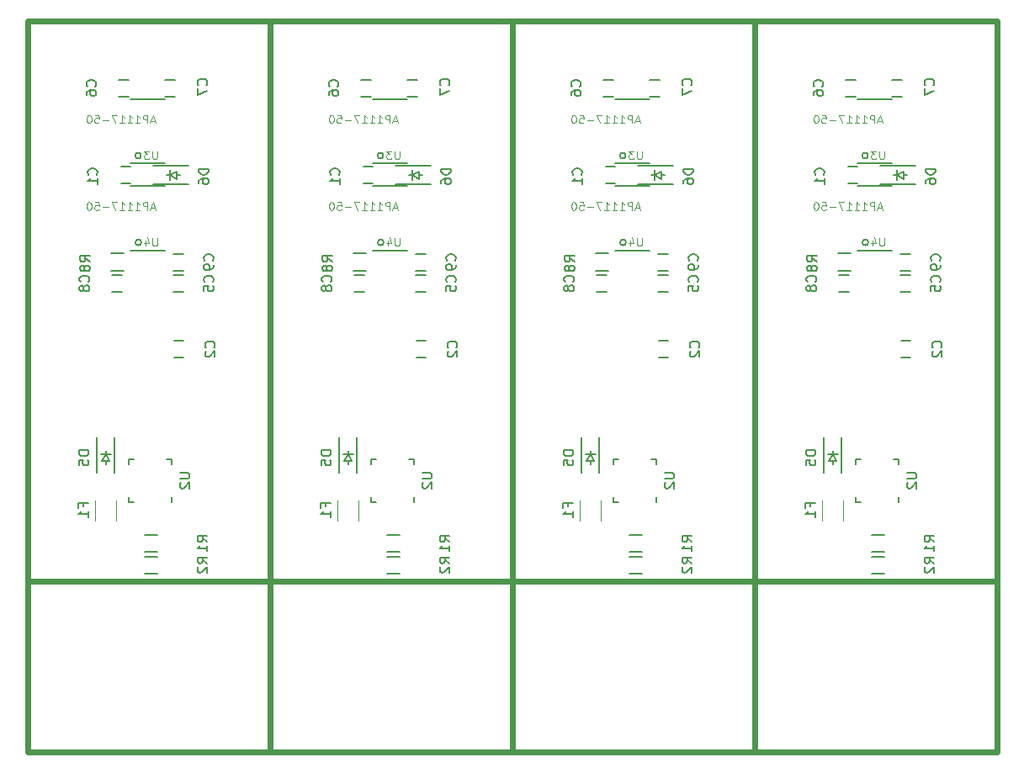
<source format=gbr>
G04 #@! TF.GenerationSoftware,KiCad,Pcbnew,6.0.0-rc1-unknown-9cac0a3~66~ubuntu16.04.1*
G04 #@! TF.CreationDate,2019-01-23T08:05:13+01:00
G04 #@! TF.ProjectId,nano324,6e616e6f-3332-4342-9e6b-696361645f70,rev?*
G04 #@! TF.SameCoordinates,Original*
G04 #@! TF.FileFunction,Legend,Bot*
G04 #@! TF.FilePolarity,Positive*
%FSLAX46Y46*%
G04 Gerber Fmt 4.6, Leading zero omitted, Abs format (unit mm)*
G04 Created by KiCad (PCBNEW 6.0.0-rc1-unknown-9cac0a3~66~ubuntu16.04.1) date St 23. január 2019, 08:05:13 CET*
%MOMM*%
%LPD*%
G04 APERTURE LIST*
%ADD10C,0.600000*%
%ADD11C,0.127000*%
%ADD12C,0.120000*%
%ADD13C,0.150000*%
%ADD14C,0.076200*%
G04 APERTURE END LIST*
D10*
X181864000Y-114300000D02*
X181864000Y-131445000D01*
X157480000Y-114300000D02*
X157480000Y-131445000D01*
X133096000Y-114300000D02*
X133096000Y-131445000D01*
X206248000Y-131445000D02*
X206248000Y-124968000D01*
X108712000Y-131445000D02*
X206248000Y-131445000D01*
X206248000Y-114300000D02*
X206248000Y-124968000D01*
X108712000Y-114300000D02*
X108712000Y-131445000D01*
X206248000Y-114300000D02*
X181864000Y-114300000D01*
X181864000Y-114300000D02*
X181864000Y-57912000D01*
X181864000Y-57912000D02*
X206248000Y-57912000D01*
X206248000Y-57912000D02*
X206248000Y-114300000D01*
X181864000Y-114300000D02*
X157480000Y-114300000D01*
X157480000Y-114300000D02*
X157480000Y-57912000D01*
X157480000Y-57912000D02*
X181864000Y-57912000D01*
X181864000Y-57912000D02*
X181864000Y-114300000D01*
X157480000Y-114300000D02*
X133096000Y-114300000D01*
X133096000Y-114300000D02*
X133096000Y-57912000D01*
X133096000Y-57912000D02*
X157480000Y-57912000D01*
X157480000Y-57912000D02*
X157480000Y-114300000D01*
X133096000Y-57912000D02*
X133096000Y-114300000D01*
X108712000Y-57912000D02*
X133096000Y-57912000D01*
X108712000Y-114300000D02*
X108712000Y-57912000D01*
X133096000Y-114300000D02*
X108712000Y-114300000D01*
D11*
X193304400Y-71449100D02*
G75*
G03X193304400Y-71449100I-300000J0D01*
G01*
X195704400Y-65749100D02*
X192204400Y-65749100D01*
X192204400Y-72249100D02*
X195704400Y-72249100D01*
D12*
X190808000Y-108157520D02*
X190808000Y-106157520D01*
X188668000Y-106157520D02*
X188668000Y-108157520D01*
D13*
X194550280Y-74311080D02*
X198090280Y-74311080D01*
X194550280Y-72511080D02*
X198090280Y-72511080D01*
X196232780Y-73919080D02*
X196232780Y-72903080D01*
X196867780Y-73030080D02*
X196232780Y-73411080D01*
X196867780Y-73792080D02*
X196867780Y-73030080D01*
X196232780Y-73411080D02*
X196867780Y-73792080D01*
X195851780Y-73411080D02*
X196232780Y-73411080D01*
X196867780Y-73411080D02*
X197248780Y-73411080D01*
X191072200Y-63859040D02*
X192072200Y-63859040D01*
X192072200Y-65559040D02*
X191072200Y-65559040D01*
X190322920Y-83028760D02*
X191522920Y-83028760D01*
X191522920Y-81278760D02*
X190322920Y-81278760D01*
X193710000Y-111365000D02*
X194910000Y-111365000D01*
X194910000Y-109615000D02*
X193710000Y-109615000D01*
X196373400Y-102038500D02*
X196373400Y-102563500D01*
X192073400Y-102038500D02*
X192073400Y-102563500D01*
X192073400Y-106338500D02*
X192073400Y-105813500D01*
X196373400Y-106338500D02*
X196373400Y-105813500D01*
X192073400Y-102038500D02*
X192598400Y-102038500D01*
X192073400Y-106338500D02*
X192598400Y-106338500D01*
X196373400Y-102038500D02*
X195848400Y-102038500D01*
X196533200Y-81364720D02*
X197533200Y-81364720D01*
X197533200Y-83064720D02*
X196533200Y-83064720D01*
X194910000Y-111824800D02*
X193710000Y-111824800D01*
X193710000Y-113574800D02*
X194910000Y-113574800D01*
D11*
X192229800Y-80986700D02*
X195729800Y-80986700D01*
X195729800Y-74486700D02*
X192229800Y-74486700D01*
X193329800Y-80186700D02*
G75*
G03X193329800Y-80186700I-300000J0D01*
G01*
D13*
X197543040Y-85203400D02*
X196543040Y-85203400D01*
X196543040Y-83503400D02*
X197543040Y-83503400D01*
X190381000Y-83478000D02*
X191381000Y-83478000D01*
X191381000Y-85178000D02*
X190381000Y-85178000D01*
X197604000Y-91782000D02*
X196604000Y-91782000D01*
X196604000Y-90082000D02*
X197604000Y-90082000D01*
X195684200Y-63803160D02*
X196684200Y-63803160D01*
X196684200Y-65503160D02*
X195684200Y-65503160D01*
X192275080Y-74250920D02*
X191275080Y-74250920D01*
X191275080Y-72550920D02*
X192275080Y-72550920D01*
X188838000Y-99854000D02*
X188838000Y-103394000D01*
X190638000Y-99854000D02*
X190638000Y-103394000D01*
X189230000Y-101536500D02*
X190246000Y-101536500D01*
X190119000Y-102171500D02*
X189738000Y-101536500D01*
X189357000Y-102171500D02*
X190119000Y-102171500D01*
X189738000Y-101536500D02*
X189357000Y-102171500D01*
X189738000Y-101155500D02*
X189738000Y-101536500D01*
X189738000Y-102171500D02*
X189738000Y-102552500D01*
D11*
X168920400Y-71449100D02*
G75*
G03X168920400Y-71449100I-300000J0D01*
G01*
X171320400Y-65749100D02*
X167820400Y-65749100D01*
X167820400Y-72249100D02*
X171320400Y-72249100D01*
D12*
X166424000Y-108157520D02*
X166424000Y-106157520D01*
X164284000Y-106157520D02*
X164284000Y-108157520D01*
D13*
X170166280Y-74311080D02*
X173706280Y-74311080D01*
X170166280Y-72511080D02*
X173706280Y-72511080D01*
X171848780Y-73919080D02*
X171848780Y-72903080D01*
X172483780Y-73030080D02*
X171848780Y-73411080D01*
X172483780Y-73792080D02*
X172483780Y-73030080D01*
X171848780Y-73411080D02*
X172483780Y-73792080D01*
X171467780Y-73411080D02*
X171848780Y-73411080D01*
X172483780Y-73411080D02*
X172864780Y-73411080D01*
X166688200Y-63859040D02*
X167688200Y-63859040D01*
X167688200Y-65559040D02*
X166688200Y-65559040D01*
X165938920Y-83028760D02*
X167138920Y-83028760D01*
X167138920Y-81278760D02*
X165938920Y-81278760D01*
X169326000Y-111365000D02*
X170526000Y-111365000D01*
X170526000Y-109615000D02*
X169326000Y-109615000D01*
X171989400Y-102038500D02*
X171989400Y-102563500D01*
X167689400Y-102038500D02*
X167689400Y-102563500D01*
X167689400Y-106338500D02*
X167689400Y-105813500D01*
X171989400Y-106338500D02*
X171989400Y-105813500D01*
X167689400Y-102038500D02*
X168214400Y-102038500D01*
X167689400Y-106338500D02*
X168214400Y-106338500D01*
X171989400Y-102038500D02*
X171464400Y-102038500D01*
X172149200Y-81364720D02*
X173149200Y-81364720D01*
X173149200Y-83064720D02*
X172149200Y-83064720D01*
X170526000Y-111824800D02*
X169326000Y-111824800D01*
X169326000Y-113574800D02*
X170526000Y-113574800D01*
D11*
X167845800Y-80986700D02*
X171345800Y-80986700D01*
X171345800Y-74486700D02*
X167845800Y-74486700D01*
X168945800Y-80186700D02*
G75*
G03X168945800Y-80186700I-300000J0D01*
G01*
D13*
X173159040Y-85203400D02*
X172159040Y-85203400D01*
X172159040Y-83503400D02*
X173159040Y-83503400D01*
X165997000Y-83478000D02*
X166997000Y-83478000D01*
X166997000Y-85178000D02*
X165997000Y-85178000D01*
X173220000Y-91782000D02*
X172220000Y-91782000D01*
X172220000Y-90082000D02*
X173220000Y-90082000D01*
X171300200Y-63803160D02*
X172300200Y-63803160D01*
X172300200Y-65503160D02*
X171300200Y-65503160D01*
X167891080Y-74250920D02*
X166891080Y-74250920D01*
X166891080Y-72550920D02*
X167891080Y-72550920D01*
X164454000Y-99854000D02*
X164454000Y-103394000D01*
X166254000Y-99854000D02*
X166254000Y-103394000D01*
X164846000Y-101536500D02*
X165862000Y-101536500D01*
X165735000Y-102171500D02*
X165354000Y-101536500D01*
X164973000Y-102171500D02*
X165735000Y-102171500D01*
X165354000Y-101536500D02*
X164973000Y-102171500D01*
X165354000Y-101155500D02*
X165354000Y-101536500D01*
X165354000Y-102171500D02*
X165354000Y-102552500D01*
D11*
X144536400Y-71449100D02*
G75*
G03X144536400Y-71449100I-300000J0D01*
G01*
X146936400Y-65749100D02*
X143436400Y-65749100D01*
X143436400Y-72249100D02*
X146936400Y-72249100D01*
D12*
X142040000Y-108157520D02*
X142040000Y-106157520D01*
X139900000Y-106157520D02*
X139900000Y-108157520D01*
D13*
X145782280Y-74311080D02*
X149322280Y-74311080D01*
X145782280Y-72511080D02*
X149322280Y-72511080D01*
X147464780Y-73919080D02*
X147464780Y-72903080D01*
X148099780Y-73030080D02*
X147464780Y-73411080D01*
X148099780Y-73792080D02*
X148099780Y-73030080D01*
X147464780Y-73411080D02*
X148099780Y-73792080D01*
X147083780Y-73411080D02*
X147464780Y-73411080D01*
X148099780Y-73411080D02*
X148480780Y-73411080D01*
X142304200Y-63859040D02*
X143304200Y-63859040D01*
X143304200Y-65559040D02*
X142304200Y-65559040D01*
X141554920Y-83028760D02*
X142754920Y-83028760D01*
X142754920Y-81278760D02*
X141554920Y-81278760D01*
X144942000Y-111365000D02*
X146142000Y-111365000D01*
X146142000Y-109615000D02*
X144942000Y-109615000D01*
X147605400Y-102038500D02*
X147605400Y-102563500D01*
X143305400Y-102038500D02*
X143305400Y-102563500D01*
X143305400Y-106338500D02*
X143305400Y-105813500D01*
X147605400Y-106338500D02*
X147605400Y-105813500D01*
X143305400Y-102038500D02*
X143830400Y-102038500D01*
X143305400Y-106338500D02*
X143830400Y-106338500D01*
X147605400Y-102038500D02*
X147080400Y-102038500D01*
X147765200Y-81364720D02*
X148765200Y-81364720D01*
X148765200Y-83064720D02*
X147765200Y-83064720D01*
X146142000Y-111824800D02*
X144942000Y-111824800D01*
X144942000Y-113574800D02*
X146142000Y-113574800D01*
D11*
X143461800Y-80986700D02*
X146961800Y-80986700D01*
X146961800Y-74486700D02*
X143461800Y-74486700D01*
X144561800Y-80186700D02*
G75*
G03X144561800Y-80186700I-300000J0D01*
G01*
D13*
X148775040Y-85203400D02*
X147775040Y-85203400D01*
X147775040Y-83503400D02*
X148775040Y-83503400D01*
X141613000Y-83478000D02*
X142613000Y-83478000D01*
X142613000Y-85178000D02*
X141613000Y-85178000D01*
X148836000Y-91782000D02*
X147836000Y-91782000D01*
X147836000Y-90082000D02*
X148836000Y-90082000D01*
X146916200Y-63803160D02*
X147916200Y-63803160D01*
X147916200Y-65503160D02*
X146916200Y-65503160D01*
X143507080Y-74250920D02*
X142507080Y-74250920D01*
X142507080Y-72550920D02*
X143507080Y-72550920D01*
X140070000Y-99854000D02*
X140070000Y-103394000D01*
X141870000Y-99854000D02*
X141870000Y-103394000D01*
X140462000Y-101536500D02*
X141478000Y-101536500D01*
X141351000Y-102171500D02*
X140970000Y-101536500D01*
X140589000Y-102171500D02*
X141351000Y-102171500D01*
X140970000Y-101536500D02*
X140589000Y-102171500D01*
X140970000Y-101155500D02*
X140970000Y-101536500D01*
X140970000Y-102171500D02*
X140970000Y-102552500D01*
D11*
X120177800Y-80186700D02*
G75*
G03X120177800Y-80186700I-300000J0D01*
G01*
X122577800Y-74486700D02*
X119077800Y-74486700D01*
X119077800Y-80986700D02*
X122577800Y-80986700D01*
D13*
X118229000Y-85178000D02*
X117229000Y-85178000D01*
X117229000Y-83478000D02*
X118229000Y-83478000D01*
X123452000Y-90082000D02*
X124452000Y-90082000D01*
X124452000Y-91782000D02*
X123452000Y-91782000D01*
X118123080Y-72550920D02*
X119123080Y-72550920D01*
X119123080Y-74250920D02*
X118123080Y-74250920D01*
X118920200Y-65559040D02*
X117920200Y-65559040D01*
X117920200Y-63859040D02*
X118920200Y-63859040D01*
X123391040Y-83503400D02*
X124391040Y-83503400D01*
X124391040Y-85203400D02*
X123391040Y-85203400D01*
X123532200Y-65503160D02*
X122532200Y-65503160D01*
X122532200Y-63803160D02*
X123532200Y-63803160D01*
X124381200Y-83064720D02*
X123381200Y-83064720D01*
X123381200Y-81364720D02*
X124381200Y-81364720D01*
X116586000Y-102171500D02*
X116586000Y-102552500D01*
X116586000Y-101155500D02*
X116586000Y-101536500D01*
X116586000Y-101536500D02*
X116205000Y-102171500D01*
X116205000Y-102171500D02*
X116967000Y-102171500D01*
X116967000Y-102171500D02*
X116586000Y-101536500D01*
X116078000Y-101536500D02*
X117094000Y-101536500D01*
X117486000Y-99854000D02*
X117486000Y-103394000D01*
X115686000Y-99854000D02*
X115686000Y-103394000D01*
X123715780Y-73411080D02*
X124096780Y-73411080D01*
X122699780Y-73411080D02*
X123080780Y-73411080D01*
X123080780Y-73411080D02*
X123715780Y-73792080D01*
X123715780Y-73792080D02*
X123715780Y-73030080D01*
X123715780Y-73030080D02*
X123080780Y-73411080D01*
X123080780Y-73919080D02*
X123080780Y-72903080D01*
X121398280Y-72511080D02*
X124938280Y-72511080D01*
X121398280Y-74311080D02*
X124938280Y-74311080D01*
D12*
X115516000Y-106157520D02*
X115516000Y-108157520D01*
X117656000Y-108157520D02*
X117656000Y-106157520D01*
D13*
X121758000Y-109615000D02*
X120558000Y-109615000D01*
X120558000Y-111365000D02*
X121758000Y-111365000D01*
X120558000Y-113574800D02*
X121758000Y-113574800D01*
X121758000Y-111824800D02*
X120558000Y-111824800D01*
X118370920Y-81278760D02*
X117170920Y-81278760D01*
X117170920Y-83028760D02*
X118370920Y-83028760D01*
X123221400Y-102038500D02*
X122696400Y-102038500D01*
X118921400Y-106338500D02*
X119446400Y-106338500D01*
X118921400Y-102038500D02*
X119446400Y-102038500D01*
X123221400Y-106338500D02*
X123221400Y-105813500D01*
X118921400Y-106338500D02*
X118921400Y-105813500D01*
X118921400Y-102038500D02*
X118921400Y-102563500D01*
X123221400Y-102038500D02*
X123221400Y-102563500D01*
D11*
X119052400Y-72249100D02*
X122552400Y-72249100D01*
X122552400Y-65749100D02*
X119052400Y-65749100D01*
X120152400Y-71449100D02*
G75*
G03X120152400Y-71449100I-300000J0D01*
G01*
D14*
X194903876Y-70992395D02*
X194903876Y-71650376D01*
X194865171Y-71727785D01*
X194826466Y-71766490D01*
X194749057Y-71805195D01*
X194594238Y-71805195D01*
X194516828Y-71766490D01*
X194478123Y-71727785D01*
X194439419Y-71650376D01*
X194439419Y-70992395D01*
X194129780Y-70992395D02*
X193626619Y-70992395D01*
X193897552Y-71302033D01*
X193781438Y-71302033D01*
X193704028Y-71340738D01*
X193665323Y-71379442D01*
X193626619Y-71456852D01*
X193626619Y-71650376D01*
X193665323Y-71727785D01*
X193704028Y-71766490D01*
X193781438Y-71805195D01*
X194013666Y-71805195D01*
X194091076Y-71766490D01*
X194129780Y-71727785D01*
X194687371Y-67953466D02*
X194300323Y-67953466D01*
X194764780Y-68185695D02*
X194493847Y-67372895D01*
X194222914Y-68185695D01*
X193951980Y-68185695D02*
X193951980Y-67372895D01*
X193642342Y-67372895D01*
X193564933Y-67411600D01*
X193526228Y-67450304D01*
X193487523Y-67527714D01*
X193487523Y-67643828D01*
X193526228Y-67721238D01*
X193564933Y-67759942D01*
X193642342Y-67798647D01*
X193951980Y-67798647D01*
X192713428Y-68185695D02*
X193177885Y-68185695D01*
X192945657Y-68185695D02*
X192945657Y-67372895D01*
X193023066Y-67489009D01*
X193100476Y-67566419D01*
X193177885Y-67605123D01*
X191939333Y-68185695D02*
X192403790Y-68185695D01*
X192171561Y-68185695D02*
X192171561Y-67372895D01*
X192248971Y-67489009D01*
X192326380Y-67566419D01*
X192403790Y-67605123D01*
X191165238Y-68185695D02*
X191629695Y-68185695D01*
X191397466Y-68185695D02*
X191397466Y-67372895D01*
X191474876Y-67489009D01*
X191552285Y-67566419D01*
X191629695Y-67605123D01*
X190894304Y-67372895D02*
X190352438Y-67372895D01*
X190700780Y-68185695D01*
X190042800Y-67876057D02*
X189423523Y-67876057D01*
X188649428Y-67372895D02*
X189036476Y-67372895D01*
X189075180Y-67759942D01*
X189036476Y-67721238D01*
X188959066Y-67682533D01*
X188765542Y-67682533D01*
X188688133Y-67721238D01*
X188649428Y-67759942D01*
X188610723Y-67837352D01*
X188610723Y-68030876D01*
X188649428Y-68108285D01*
X188688133Y-68146990D01*
X188765542Y-68185695D01*
X188959066Y-68185695D01*
X189036476Y-68146990D01*
X189075180Y-68108285D01*
X188107561Y-67372895D02*
X188030152Y-67372895D01*
X187952742Y-67411600D01*
X187914038Y-67450304D01*
X187875333Y-67527714D01*
X187836628Y-67682533D01*
X187836628Y-67876057D01*
X187875333Y-68030876D01*
X187914038Y-68108285D01*
X187952742Y-68146990D01*
X188030152Y-68185695D01*
X188107561Y-68185695D01*
X188184971Y-68146990D01*
X188223676Y-68108285D01*
X188262380Y-68030876D01*
X188301085Y-67876057D01*
X188301085Y-67682533D01*
X188262380Y-67527714D01*
X188223676Y-67450304D01*
X188184971Y-67411600D01*
X188107561Y-67372895D01*
D13*
X187466571Y-106774186D02*
X187466571Y-106440853D01*
X187990380Y-106440853D02*
X186990380Y-106440853D01*
X186990380Y-106917043D01*
X187990380Y-107821805D02*
X187990380Y-107250377D01*
X187990380Y-107536091D02*
X186990380Y-107536091D01*
X187133238Y-107440853D01*
X187228476Y-107345615D01*
X187276095Y-107250377D01*
X200096380Y-72794904D02*
X199096380Y-72794904D01*
X199096380Y-73033000D01*
X199144000Y-73175857D01*
X199239238Y-73271095D01*
X199334476Y-73318714D01*
X199524952Y-73366333D01*
X199667809Y-73366333D01*
X199858285Y-73318714D01*
X199953523Y-73271095D01*
X200048761Y-73175857D01*
X200096380Y-73033000D01*
X200096380Y-72794904D01*
X199096380Y-74223476D02*
X199096380Y-74033000D01*
X199144000Y-73937761D01*
X199191619Y-73890142D01*
X199334476Y-73794904D01*
X199524952Y-73747285D01*
X199905904Y-73747285D01*
X200001142Y-73794904D01*
X200048761Y-73842523D01*
X200096380Y-73937761D01*
X200096380Y-74128238D01*
X200048761Y-74223476D01*
X200001142Y-74271095D01*
X199905904Y-74318714D01*
X199667809Y-74318714D01*
X199572571Y-74271095D01*
X199524952Y-74223476D01*
X199477333Y-74128238D01*
X199477333Y-73937761D01*
X199524952Y-73842523D01*
X199572571Y-73794904D01*
X199667809Y-73747285D01*
X188698142Y-64476333D02*
X188745761Y-64428714D01*
X188793380Y-64285857D01*
X188793380Y-64190619D01*
X188745761Y-64047761D01*
X188650523Y-63952523D01*
X188555285Y-63904904D01*
X188364809Y-63857285D01*
X188221952Y-63857285D01*
X188031476Y-63904904D01*
X187936238Y-63952523D01*
X187841000Y-64047761D01*
X187793380Y-64190619D01*
X187793380Y-64285857D01*
X187841000Y-64428714D01*
X187888619Y-64476333D01*
X187793380Y-65333476D02*
X187793380Y-65143000D01*
X187841000Y-65047761D01*
X187888619Y-65000142D01*
X188031476Y-64904904D01*
X188221952Y-64857285D01*
X188602904Y-64857285D01*
X188698142Y-64904904D01*
X188745761Y-64952523D01*
X188793380Y-65047761D01*
X188793380Y-65238238D01*
X188745761Y-65333476D01*
X188698142Y-65381095D01*
X188602904Y-65428714D01*
X188364809Y-65428714D01*
X188269571Y-65381095D01*
X188221952Y-65333476D01*
X188174333Y-65238238D01*
X188174333Y-65047761D01*
X188221952Y-64952523D01*
X188269571Y-64904904D01*
X188364809Y-64857285D01*
X188158380Y-82129333D02*
X187682190Y-81796000D01*
X188158380Y-81557904D02*
X187158380Y-81557904D01*
X187158380Y-81938857D01*
X187206000Y-82034095D01*
X187253619Y-82081714D01*
X187348857Y-82129333D01*
X187491714Y-82129333D01*
X187586952Y-82081714D01*
X187634571Y-82034095D01*
X187682190Y-81938857D01*
X187682190Y-81557904D01*
X187586952Y-82700761D02*
X187539333Y-82605523D01*
X187491714Y-82557904D01*
X187396476Y-82510285D01*
X187348857Y-82510285D01*
X187253619Y-82557904D01*
X187206000Y-82605523D01*
X187158380Y-82700761D01*
X187158380Y-82891238D01*
X187206000Y-82986476D01*
X187253619Y-83034095D01*
X187348857Y-83081714D01*
X187396476Y-83081714D01*
X187491714Y-83034095D01*
X187539333Y-82986476D01*
X187586952Y-82891238D01*
X187586952Y-82700761D01*
X187634571Y-82605523D01*
X187682190Y-82557904D01*
X187777428Y-82510285D01*
X187967904Y-82510285D01*
X188063142Y-82557904D01*
X188110761Y-82605523D01*
X188158380Y-82700761D01*
X188158380Y-82891238D01*
X188110761Y-82986476D01*
X188063142Y-83034095D01*
X187967904Y-83081714D01*
X187777428Y-83081714D01*
X187682190Y-83034095D01*
X187634571Y-82986476D01*
X187586952Y-82891238D01*
X199969380Y-110323333D02*
X199493190Y-109990000D01*
X199969380Y-109751904D02*
X198969380Y-109751904D01*
X198969380Y-110132857D01*
X199017000Y-110228095D01*
X199064619Y-110275714D01*
X199159857Y-110323333D01*
X199302714Y-110323333D01*
X199397952Y-110275714D01*
X199445571Y-110228095D01*
X199493190Y-110132857D01*
X199493190Y-109751904D01*
X199969380Y-111275714D02*
X199969380Y-110704285D01*
X199969380Y-110990000D02*
X198969380Y-110990000D01*
X199112238Y-110894761D01*
X199207476Y-110799523D01*
X199255095Y-110704285D01*
X197191380Y-103378095D02*
X198000904Y-103378095D01*
X198096142Y-103425714D01*
X198143761Y-103473333D01*
X198191380Y-103568571D01*
X198191380Y-103759047D01*
X198143761Y-103854285D01*
X198096142Y-103901904D01*
X198000904Y-103949523D01*
X197191380Y-103949523D01*
X197286619Y-104378095D02*
X197239000Y-104425714D01*
X197191380Y-104520952D01*
X197191380Y-104759047D01*
X197239000Y-104854285D01*
X197286619Y-104901904D01*
X197381857Y-104949523D01*
X197477095Y-104949523D01*
X197619952Y-104901904D01*
X198191380Y-104330476D01*
X198191380Y-104949523D01*
X200509142Y-82002333D02*
X200556761Y-81954714D01*
X200604380Y-81811857D01*
X200604380Y-81716619D01*
X200556761Y-81573761D01*
X200461523Y-81478523D01*
X200366285Y-81430904D01*
X200175809Y-81383285D01*
X200032952Y-81383285D01*
X199842476Y-81430904D01*
X199747238Y-81478523D01*
X199652000Y-81573761D01*
X199604380Y-81716619D01*
X199604380Y-81811857D01*
X199652000Y-81954714D01*
X199699619Y-82002333D01*
X200604380Y-82478523D02*
X200604380Y-82669000D01*
X200556761Y-82764238D01*
X200509142Y-82811857D01*
X200366285Y-82907095D01*
X200175809Y-82954714D01*
X199794857Y-82954714D01*
X199699619Y-82907095D01*
X199652000Y-82859476D01*
X199604380Y-82764238D01*
X199604380Y-82573761D01*
X199652000Y-82478523D01*
X199699619Y-82430904D01*
X199794857Y-82383285D01*
X200032952Y-82383285D01*
X200128190Y-82430904D01*
X200175809Y-82478523D01*
X200223428Y-82573761D01*
X200223428Y-82764238D01*
X200175809Y-82859476D01*
X200128190Y-82907095D01*
X200032952Y-82954714D01*
X199969380Y-112482333D02*
X199493190Y-112149000D01*
X199969380Y-111910904D02*
X198969380Y-111910904D01*
X198969380Y-112291857D01*
X199017000Y-112387095D01*
X199064619Y-112434714D01*
X199159857Y-112482333D01*
X199302714Y-112482333D01*
X199397952Y-112434714D01*
X199445571Y-112387095D01*
X199493190Y-112291857D01*
X199493190Y-111910904D01*
X199064619Y-112863285D02*
X199017000Y-112910904D01*
X198969380Y-113006142D01*
X198969380Y-113244238D01*
X199017000Y-113339476D01*
X199064619Y-113387095D01*
X199159857Y-113434714D01*
X199255095Y-113434714D01*
X199397952Y-113387095D01*
X199969380Y-112815666D01*
X199969380Y-113434714D01*
D14*
X194929276Y-79729995D02*
X194929276Y-80387976D01*
X194890571Y-80465385D01*
X194851866Y-80504090D01*
X194774457Y-80542795D01*
X194619638Y-80542795D01*
X194542228Y-80504090D01*
X194503523Y-80465385D01*
X194464819Y-80387976D01*
X194464819Y-79729995D01*
X193729428Y-80000928D02*
X193729428Y-80542795D01*
X193922952Y-79691290D02*
X194116476Y-80271861D01*
X193613314Y-80271861D01*
X194687371Y-76716466D02*
X194300323Y-76716466D01*
X194764780Y-76948695D02*
X194493847Y-76135895D01*
X194222914Y-76948695D01*
X193951980Y-76948695D02*
X193951980Y-76135895D01*
X193642342Y-76135895D01*
X193564933Y-76174600D01*
X193526228Y-76213304D01*
X193487523Y-76290714D01*
X193487523Y-76406828D01*
X193526228Y-76484238D01*
X193564933Y-76522942D01*
X193642342Y-76561647D01*
X193951980Y-76561647D01*
X192713428Y-76948695D02*
X193177885Y-76948695D01*
X192945657Y-76948695D02*
X192945657Y-76135895D01*
X193023066Y-76252009D01*
X193100476Y-76329419D01*
X193177885Y-76368123D01*
X191939333Y-76948695D02*
X192403790Y-76948695D01*
X192171561Y-76948695D02*
X192171561Y-76135895D01*
X192248971Y-76252009D01*
X192326380Y-76329419D01*
X192403790Y-76368123D01*
X191165238Y-76948695D02*
X191629695Y-76948695D01*
X191397466Y-76948695D02*
X191397466Y-76135895D01*
X191474876Y-76252009D01*
X191552285Y-76329419D01*
X191629695Y-76368123D01*
X190894304Y-76135895D02*
X190352438Y-76135895D01*
X190700780Y-76948695D01*
X190042800Y-76639057D02*
X189423523Y-76639057D01*
X188649428Y-76135895D02*
X189036476Y-76135895D01*
X189075180Y-76522942D01*
X189036476Y-76484238D01*
X188959066Y-76445533D01*
X188765542Y-76445533D01*
X188688133Y-76484238D01*
X188649428Y-76522942D01*
X188610723Y-76600352D01*
X188610723Y-76793876D01*
X188649428Y-76871285D01*
X188688133Y-76909990D01*
X188765542Y-76948695D01*
X188959066Y-76948695D01*
X189036476Y-76909990D01*
X189075180Y-76871285D01*
X188107561Y-76135895D02*
X188030152Y-76135895D01*
X187952742Y-76174600D01*
X187914038Y-76213304D01*
X187875333Y-76290714D01*
X187836628Y-76445533D01*
X187836628Y-76639057D01*
X187875333Y-76793876D01*
X187914038Y-76871285D01*
X187952742Y-76909990D01*
X188030152Y-76948695D01*
X188107561Y-76948695D01*
X188184971Y-76909990D01*
X188223676Y-76871285D01*
X188262380Y-76793876D01*
X188301085Y-76639057D01*
X188301085Y-76445533D01*
X188262380Y-76290714D01*
X188223676Y-76213304D01*
X188184971Y-76174600D01*
X188107561Y-76135895D01*
D13*
X200509142Y-84161333D02*
X200556761Y-84113714D01*
X200604380Y-83970857D01*
X200604380Y-83875619D01*
X200556761Y-83732761D01*
X200461523Y-83637523D01*
X200366285Y-83589904D01*
X200175809Y-83542285D01*
X200032952Y-83542285D01*
X199842476Y-83589904D01*
X199747238Y-83637523D01*
X199652000Y-83732761D01*
X199604380Y-83875619D01*
X199604380Y-83970857D01*
X199652000Y-84113714D01*
X199699619Y-84161333D01*
X199604380Y-85066095D02*
X199604380Y-84589904D01*
X200080571Y-84542285D01*
X200032952Y-84589904D01*
X199985333Y-84685142D01*
X199985333Y-84923238D01*
X200032952Y-85018476D01*
X200080571Y-85066095D01*
X200175809Y-85113714D01*
X200413904Y-85113714D01*
X200509142Y-85066095D01*
X200556761Y-85018476D01*
X200604380Y-84923238D01*
X200604380Y-84685142D01*
X200556761Y-84589904D01*
X200509142Y-84542285D01*
X188007582Y-84141013D02*
X188055201Y-84093394D01*
X188102820Y-83950537D01*
X188102820Y-83855299D01*
X188055201Y-83712441D01*
X187959963Y-83617203D01*
X187864725Y-83569584D01*
X187674249Y-83521965D01*
X187531392Y-83521965D01*
X187340916Y-83569584D01*
X187245678Y-83617203D01*
X187150440Y-83712441D01*
X187102820Y-83855299D01*
X187102820Y-83950537D01*
X187150440Y-84093394D01*
X187198059Y-84141013D01*
X187531392Y-84712441D02*
X187483773Y-84617203D01*
X187436154Y-84569584D01*
X187340916Y-84521965D01*
X187293297Y-84521965D01*
X187198059Y-84569584D01*
X187150440Y-84617203D01*
X187102820Y-84712441D01*
X187102820Y-84902918D01*
X187150440Y-84998156D01*
X187198059Y-85045775D01*
X187293297Y-85093394D01*
X187340916Y-85093394D01*
X187436154Y-85045775D01*
X187483773Y-84998156D01*
X187531392Y-84902918D01*
X187531392Y-84712441D01*
X187579011Y-84617203D01*
X187626630Y-84569584D01*
X187721868Y-84521965D01*
X187912344Y-84521965D01*
X188007582Y-84569584D01*
X188055201Y-84617203D01*
X188102820Y-84712441D01*
X188102820Y-84902918D01*
X188055201Y-84998156D01*
X188007582Y-85045775D01*
X187912344Y-85093394D01*
X187721868Y-85093394D01*
X187626630Y-85045775D01*
X187579011Y-84998156D01*
X187531392Y-84902918D01*
X200636142Y-90765333D02*
X200683761Y-90717714D01*
X200731380Y-90574857D01*
X200731380Y-90479619D01*
X200683761Y-90336761D01*
X200588523Y-90241523D01*
X200493285Y-90193904D01*
X200302809Y-90146285D01*
X200159952Y-90146285D01*
X199969476Y-90193904D01*
X199874238Y-90241523D01*
X199779000Y-90336761D01*
X199731380Y-90479619D01*
X199731380Y-90574857D01*
X199779000Y-90717714D01*
X199826619Y-90765333D01*
X199826619Y-91146285D02*
X199779000Y-91193904D01*
X199731380Y-91289142D01*
X199731380Y-91527238D01*
X199779000Y-91622476D01*
X199826619Y-91670095D01*
X199921857Y-91717714D01*
X200017095Y-91717714D01*
X200159952Y-91670095D01*
X200731380Y-91098666D01*
X200731380Y-91717714D01*
X199874142Y-64349333D02*
X199921761Y-64301714D01*
X199969380Y-64158857D01*
X199969380Y-64063619D01*
X199921761Y-63920761D01*
X199826523Y-63825523D01*
X199731285Y-63777904D01*
X199540809Y-63730285D01*
X199397952Y-63730285D01*
X199207476Y-63777904D01*
X199112238Y-63825523D01*
X199017000Y-63920761D01*
X198969380Y-64063619D01*
X198969380Y-64158857D01*
X199017000Y-64301714D01*
X199064619Y-64349333D01*
X198969380Y-64682666D02*
X198969380Y-65349333D01*
X199969380Y-64920761D01*
X188825142Y-73366333D02*
X188872761Y-73318714D01*
X188920380Y-73175857D01*
X188920380Y-73080619D01*
X188872761Y-72937761D01*
X188777523Y-72842523D01*
X188682285Y-72794904D01*
X188491809Y-72747285D01*
X188348952Y-72747285D01*
X188158476Y-72794904D01*
X188063238Y-72842523D01*
X187968000Y-72937761D01*
X187920380Y-73080619D01*
X187920380Y-73175857D01*
X187968000Y-73318714D01*
X188015619Y-73366333D01*
X188920380Y-74318714D02*
X188920380Y-73747285D01*
X188920380Y-74033000D02*
X187920380Y-74033000D01*
X188063238Y-73937761D01*
X188158476Y-73842523D01*
X188206095Y-73747285D01*
X188031380Y-101115904D02*
X187031380Y-101115904D01*
X187031380Y-101354000D01*
X187079000Y-101496857D01*
X187174238Y-101592095D01*
X187269476Y-101639714D01*
X187459952Y-101687333D01*
X187602809Y-101687333D01*
X187793285Y-101639714D01*
X187888523Y-101592095D01*
X187983761Y-101496857D01*
X188031380Y-101354000D01*
X188031380Y-101115904D01*
X187031380Y-102592095D02*
X187031380Y-102115904D01*
X187507571Y-102068285D01*
X187459952Y-102115904D01*
X187412333Y-102211142D01*
X187412333Y-102449238D01*
X187459952Y-102544476D01*
X187507571Y-102592095D01*
X187602809Y-102639714D01*
X187840904Y-102639714D01*
X187936142Y-102592095D01*
X187983761Y-102544476D01*
X188031380Y-102449238D01*
X188031380Y-102211142D01*
X187983761Y-102115904D01*
X187936142Y-102068285D01*
D14*
X170519876Y-70992395D02*
X170519876Y-71650376D01*
X170481171Y-71727785D01*
X170442466Y-71766490D01*
X170365057Y-71805195D01*
X170210238Y-71805195D01*
X170132828Y-71766490D01*
X170094123Y-71727785D01*
X170055419Y-71650376D01*
X170055419Y-70992395D01*
X169745780Y-70992395D02*
X169242619Y-70992395D01*
X169513552Y-71302033D01*
X169397438Y-71302033D01*
X169320028Y-71340738D01*
X169281323Y-71379442D01*
X169242619Y-71456852D01*
X169242619Y-71650376D01*
X169281323Y-71727785D01*
X169320028Y-71766490D01*
X169397438Y-71805195D01*
X169629666Y-71805195D01*
X169707076Y-71766490D01*
X169745780Y-71727785D01*
X170303371Y-67953466D02*
X169916323Y-67953466D01*
X170380780Y-68185695D02*
X170109847Y-67372895D01*
X169838914Y-68185695D01*
X169567980Y-68185695D02*
X169567980Y-67372895D01*
X169258342Y-67372895D01*
X169180933Y-67411600D01*
X169142228Y-67450304D01*
X169103523Y-67527714D01*
X169103523Y-67643828D01*
X169142228Y-67721238D01*
X169180933Y-67759942D01*
X169258342Y-67798647D01*
X169567980Y-67798647D01*
X168329428Y-68185695D02*
X168793885Y-68185695D01*
X168561657Y-68185695D02*
X168561657Y-67372895D01*
X168639066Y-67489009D01*
X168716476Y-67566419D01*
X168793885Y-67605123D01*
X167555333Y-68185695D02*
X168019790Y-68185695D01*
X167787561Y-68185695D02*
X167787561Y-67372895D01*
X167864971Y-67489009D01*
X167942380Y-67566419D01*
X168019790Y-67605123D01*
X166781238Y-68185695D02*
X167245695Y-68185695D01*
X167013466Y-68185695D02*
X167013466Y-67372895D01*
X167090876Y-67489009D01*
X167168285Y-67566419D01*
X167245695Y-67605123D01*
X166510304Y-67372895D02*
X165968438Y-67372895D01*
X166316780Y-68185695D01*
X165658800Y-67876057D02*
X165039523Y-67876057D01*
X164265428Y-67372895D02*
X164652476Y-67372895D01*
X164691180Y-67759942D01*
X164652476Y-67721238D01*
X164575066Y-67682533D01*
X164381542Y-67682533D01*
X164304133Y-67721238D01*
X164265428Y-67759942D01*
X164226723Y-67837352D01*
X164226723Y-68030876D01*
X164265428Y-68108285D01*
X164304133Y-68146990D01*
X164381542Y-68185695D01*
X164575066Y-68185695D01*
X164652476Y-68146990D01*
X164691180Y-68108285D01*
X163723561Y-67372895D02*
X163646152Y-67372895D01*
X163568742Y-67411600D01*
X163530038Y-67450304D01*
X163491333Y-67527714D01*
X163452628Y-67682533D01*
X163452628Y-67876057D01*
X163491333Y-68030876D01*
X163530038Y-68108285D01*
X163568742Y-68146990D01*
X163646152Y-68185695D01*
X163723561Y-68185695D01*
X163800971Y-68146990D01*
X163839676Y-68108285D01*
X163878380Y-68030876D01*
X163917085Y-67876057D01*
X163917085Y-67682533D01*
X163878380Y-67527714D01*
X163839676Y-67450304D01*
X163800971Y-67411600D01*
X163723561Y-67372895D01*
D13*
X163082571Y-106774186D02*
X163082571Y-106440853D01*
X163606380Y-106440853D02*
X162606380Y-106440853D01*
X162606380Y-106917043D01*
X163606380Y-107821805D02*
X163606380Y-107250377D01*
X163606380Y-107536091D02*
X162606380Y-107536091D01*
X162749238Y-107440853D01*
X162844476Y-107345615D01*
X162892095Y-107250377D01*
X175712380Y-72794904D02*
X174712380Y-72794904D01*
X174712380Y-73033000D01*
X174760000Y-73175857D01*
X174855238Y-73271095D01*
X174950476Y-73318714D01*
X175140952Y-73366333D01*
X175283809Y-73366333D01*
X175474285Y-73318714D01*
X175569523Y-73271095D01*
X175664761Y-73175857D01*
X175712380Y-73033000D01*
X175712380Y-72794904D01*
X174712380Y-74223476D02*
X174712380Y-74033000D01*
X174760000Y-73937761D01*
X174807619Y-73890142D01*
X174950476Y-73794904D01*
X175140952Y-73747285D01*
X175521904Y-73747285D01*
X175617142Y-73794904D01*
X175664761Y-73842523D01*
X175712380Y-73937761D01*
X175712380Y-74128238D01*
X175664761Y-74223476D01*
X175617142Y-74271095D01*
X175521904Y-74318714D01*
X175283809Y-74318714D01*
X175188571Y-74271095D01*
X175140952Y-74223476D01*
X175093333Y-74128238D01*
X175093333Y-73937761D01*
X175140952Y-73842523D01*
X175188571Y-73794904D01*
X175283809Y-73747285D01*
X164314142Y-64476333D02*
X164361761Y-64428714D01*
X164409380Y-64285857D01*
X164409380Y-64190619D01*
X164361761Y-64047761D01*
X164266523Y-63952523D01*
X164171285Y-63904904D01*
X163980809Y-63857285D01*
X163837952Y-63857285D01*
X163647476Y-63904904D01*
X163552238Y-63952523D01*
X163457000Y-64047761D01*
X163409380Y-64190619D01*
X163409380Y-64285857D01*
X163457000Y-64428714D01*
X163504619Y-64476333D01*
X163409380Y-65333476D02*
X163409380Y-65143000D01*
X163457000Y-65047761D01*
X163504619Y-65000142D01*
X163647476Y-64904904D01*
X163837952Y-64857285D01*
X164218904Y-64857285D01*
X164314142Y-64904904D01*
X164361761Y-64952523D01*
X164409380Y-65047761D01*
X164409380Y-65238238D01*
X164361761Y-65333476D01*
X164314142Y-65381095D01*
X164218904Y-65428714D01*
X163980809Y-65428714D01*
X163885571Y-65381095D01*
X163837952Y-65333476D01*
X163790333Y-65238238D01*
X163790333Y-65047761D01*
X163837952Y-64952523D01*
X163885571Y-64904904D01*
X163980809Y-64857285D01*
X163774380Y-82129333D02*
X163298190Y-81796000D01*
X163774380Y-81557904D02*
X162774380Y-81557904D01*
X162774380Y-81938857D01*
X162822000Y-82034095D01*
X162869619Y-82081714D01*
X162964857Y-82129333D01*
X163107714Y-82129333D01*
X163202952Y-82081714D01*
X163250571Y-82034095D01*
X163298190Y-81938857D01*
X163298190Y-81557904D01*
X163202952Y-82700761D02*
X163155333Y-82605523D01*
X163107714Y-82557904D01*
X163012476Y-82510285D01*
X162964857Y-82510285D01*
X162869619Y-82557904D01*
X162822000Y-82605523D01*
X162774380Y-82700761D01*
X162774380Y-82891238D01*
X162822000Y-82986476D01*
X162869619Y-83034095D01*
X162964857Y-83081714D01*
X163012476Y-83081714D01*
X163107714Y-83034095D01*
X163155333Y-82986476D01*
X163202952Y-82891238D01*
X163202952Y-82700761D01*
X163250571Y-82605523D01*
X163298190Y-82557904D01*
X163393428Y-82510285D01*
X163583904Y-82510285D01*
X163679142Y-82557904D01*
X163726761Y-82605523D01*
X163774380Y-82700761D01*
X163774380Y-82891238D01*
X163726761Y-82986476D01*
X163679142Y-83034095D01*
X163583904Y-83081714D01*
X163393428Y-83081714D01*
X163298190Y-83034095D01*
X163250571Y-82986476D01*
X163202952Y-82891238D01*
X175585380Y-110323333D02*
X175109190Y-109990000D01*
X175585380Y-109751904D02*
X174585380Y-109751904D01*
X174585380Y-110132857D01*
X174633000Y-110228095D01*
X174680619Y-110275714D01*
X174775857Y-110323333D01*
X174918714Y-110323333D01*
X175013952Y-110275714D01*
X175061571Y-110228095D01*
X175109190Y-110132857D01*
X175109190Y-109751904D01*
X175585380Y-111275714D02*
X175585380Y-110704285D01*
X175585380Y-110990000D02*
X174585380Y-110990000D01*
X174728238Y-110894761D01*
X174823476Y-110799523D01*
X174871095Y-110704285D01*
X172807380Y-103378095D02*
X173616904Y-103378095D01*
X173712142Y-103425714D01*
X173759761Y-103473333D01*
X173807380Y-103568571D01*
X173807380Y-103759047D01*
X173759761Y-103854285D01*
X173712142Y-103901904D01*
X173616904Y-103949523D01*
X172807380Y-103949523D01*
X172902619Y-104378095D02*
X172855000Y-104425714D01*
X172807380Y-104520952D01*
X172807380Y-104759047D01*
X172855000Y-104854285D01*
X172902619Y-104901904D01*
X172997857Y-104949523D01*
X173093095Y-104949523D01*
X173235952Y-104901904D01*
X173807380Y-104330476D01*
X173807380Y-104949523D01*
X176125142Y-82002333D02*
X176172761Y-81954714D01*
X176220380Y-81811857D01*
X176220380Y-81716619D01*
X176172761Y-81573761D01*
X176077523Y-81478523D01*
X175982285Y-81430904D01*
X175791809Y-81383285D01*
X175648952Y-81383285D01*
X175458476Y-81430904D01*
X175363238Y-81478523D01*
X175268000Y-81573761D01*
X175220380Y-81716619D01*
X175220380Y-81811857D01*
X175268000Y-81954714D01*
X175315619Y-82002333D01*
X176220380Y-82478523D02*
X176220380Y-82669000D01*
X176172761Y-82764238D01*
X176125142Y-82811857D01*
X175982285Y-82907095D01*
X175791809Y-82954714D01*
X175410857Y-82954714D01*
X175315619Y-82907095D01*
X175268000Y-82859476D01*
X175220380Y-82764238D01*
X175220380Y-82573761D01*
X175268000Y-82478523D01*
X175315619Y-82430904D01*
X175410857Y-82383285D01*
X175648952Y-82383285D01*
X175744190Y-82430904D01*
X175791809Y-82478523D01*
X175839428Y-82573761D01*
X175839428Y-82764238D01*
X175791809Y-82859476D01*
X175744190Y-82907095D01*
X175648952Y-82954714D01*
X175585380Y-112482333D02*
X175109190Y-112149000D01*
X175585380Y-111910904D02*
X174585380Y-111910904D01*
X174585380Y-112291857D01*
X174633000Y-112387095D01*
X174680619Y-112434714D01*
X174775857Y-112482333D01*
X174918714Y-112482333D01*
X175013952Y-112434714D01*
X175061571Y-112387095D01*
X175109190Y-112291857D01*
X175109190Y-111910904D01*
X174680619Y-112863285D02*
X174633000Y-112910904D01*
X174585380Y-113006142D01*
X174585380Y-113244238D01*
X174633000Y-113339476D01*
X174680619Y-113387095D01*
X174775857Y-113434714D01*
X174871095Y-113434714D01*
X175013952Y-113387095D01*
X175585380Y-112815666D01*
X175585380Y-113434714D01*
D14*
X170545276Y-79729995D02*
X170545276Y-80387976D01*
X170506571Y-80465385D01*
X170467866Y-80504090D01*
X170390457Y-80542795D01*
X170235638Y-80542795D01*
X170158228Y-80504090D01*
X170119523Y-80465385D01*
X170080819Y-80387976D01*
X170080819Y-79729995D01*
X169345428Y-80000928D02*
X169345428Y-80542795D01*
X169538952Y-79691290D02*
X169732476Y-80271861D01*
X169229314Y-80271861D01*
X170303371Y-76716466D02*
X169916323Y-76716466D01*
X170380780Y-76948695D02*
X170109847Y-76135895D01*
X169838914Y-76948695D01*
X169567980Y-76948695D02*
X169567980Y-76135895D01*
X169258342Y-76135895D01*
X169180933Y-76174600D01*
X169142228Y-76213304D01*
X169103523Y-76290714D01*
X169103523Y-76406828D01*
X169142228Y-76484238D01*
X169180933Y-76522942D01*
X169258342Y-76561647D01*
X169567980Y-76561647D01*
X168329428Y-76948695D02*
X168793885Y-76948695D01*
X168561657Y-76948695D02*
X168561657Y-76135895D01*
X168639066Y-76252009D01*
X168716476Y-76329419D01*
X168793885Y-76368123D01*
X167555333Y-76948695D02*
X168019790Y-76948695D01*
X167787561Y-76948695D02*
X167787561Y-76135895D01*
X167864971Y-76252009D01*
X167942380Y-76329419D01*
X168019790Y-76368123D01*
X166781238Y-76948695D02*
X167245695Y-76948695D01*
X167013466Y-76948695D02*
X167013466Y-76135895D01*
X167090876Y-76252009D01*
X167168285Y-76329419D01*
X167245695Y-76368123D01*
X166510304Y-76135895D02*
X165968438Y-76135895D01*
X166316780Y-76948695D01*
X165658800Y-76639057D02*
X165039523Y-76639057D01*
X164265428Y-76135895D02*
X164652476Y-76135895D01*
X164691180Y-76522942D01*
X164652476Y-76484238D01*
X164575066Y-76445533D01*
X164381542Y-76445533D01*
X164304133Y-76484238D01*
X164265428Y-76522942D01*
X164226723Y-76600352D01*
X164226723Y-76793876D01*
X164265428Y-76871285D01*
X164304133Y-76909990D01*
X164381542Y-76948695D01*
X164575066Y-76948695D01*
X164652476Y-76909990D01*
X164691180Y-76871285D01*
X163723561Y-76135895D02*
X163646152Y-76135895D01*
X163568742Y-76174600D01*
X163530038Y-76213304D01*
X163491333Y-76290714D01*
X163452628Y-76445533D01*
X163452628Y-76639057D01*
X163491333Y-76793876D01*
X163530038Y-76871285D01*
X163568742Y-76909990D01*
X163646152Y-76948695D01*
X163723561Y-76948695D01*
X163800971Y-76909990D01*
X163839676Y-76871285D01*
X163878380Y-76793876D01*
X163917085Y-76639057D01*
X163917085Y-76445533D01*
X163878380Y-76290714D01*
X163839676Y-76213304D01*
X163800971Y-76174600D01*
X163723561Y-76135895D01*
D13*
X176125142Y-84161333D02*
X176172761Y-84113714D01*
X176220380Y-83970857D01*
X176220380Y-83875619D01*
X176172761Y-83732761D01*
X176077523Y-83637523D01*
X175982285Y-83589904D01*
X175791809Y-83542285D01*
X175648952Y-83542285D01*
X175458476Y-83589904D01*
X175363238Y-83637523D01*
X175268000Y-83732761D01*
X175220380Y-83875619D01*
X175220380Y-83970857D01*
X175268000Y-84113714D01*
X175315619Y-84161333D01*
X175220380Y-85066095D02*
X175220380Y-84589904D01*
X175696571Y-84542285D01*
X175648952Y-84589904D01*
X175601333Y-84685142D01*
X175601333Y-84923238D01*
X175648952Y-85018476D01*
X175696571Y-85066095D01*
X175791809Y-85113714D01*
X176029904Y-85113714D01*
X176125142Y-85066095D01*
X176172761Y-85018476D01*
X176220380Y-84923238D01*
X176220380Y-84685142D01*
X176172761Y-84589904D01*
X176125142Y-84542285D01*
X163623582Y-84141013D02*
X163671201Y-84093394D01*
X163718820Y-83950537D01*
X163718820Y-83855299D01*
X163671201Y-83712441D01*
X163575963Y-83617203D01*
X163480725Y-83569584D01*
X163290249Y-83521965D01*
X163147392Y-83521965D01*
X162956916Y-83569584D01*
X162861678Y-83617203D01*
X162766440Y-83712441D01*
X162718820Y-83855299D01*
X162718820Y-83950537D01*
X162766440Y-84093394D01*
X162814059Y-84141013D01*
X163147392Y-84712441D02*
X163099773Y-84617203D01*
X163052154Y-84569584D01*
X162956916Y-84521965D01*
X162909297Y-84521965D01*
X162814059Y-84569584D01*
X162766440Y-84617203D01*
X162718820Y-84712441D01*
X162718820Y-84902918D01*
X162766440Y-84998156D01*
X162814059Y-85045775D01*
X162909297Y-85093394D01*
X162956916Y-85093394D01*
X163052154Y-85045775D01*
X163099773Y-84998156D01*
X163147392Y-84902918D01*
X163147392Y-84712441D01*
X163195011Y-84617203D01*
X163242630Y-84569584D01*
X163337868Y-84521965D01*
X163528344Y-84521965D01*
X163623582Y-84569584D01*
X163671201Y-84617203D01*
X163718820Y-84712441D01*
X163718820Y-84902918D01*
X163671201Y-84998156D01*
X163623582Y-85045775D01*
X163528344Y-85093394D01*
X163337868Y-85093394D01*
X163242630Y-85045775D01*
X163195011Y-84998156D01*
X163147392Y-84902918D01*
X176252142Y-90765333D02*
X176299761Y-90717714D01*
X176347380Y-90574857D01*
X176347380Y-90479619D01*
X176299761Y-90336761D01*
X176204523Y-90241523D01*
X176109285Y-90193904D01*
X175918809Y-90146285D01*
X175775952Y-90146285D01*
X175585476Y-90193904D01*
X175490238Y-90241523D01*
X175395000Y-90336761D01*
X175347380Y-90479619D01*
X175347380Y-90574857D01*
X175395000Y-90717714D01*
X175442619Y-90765333D01*
X175442619Y-91146285D02*
X175395000Y-91193904D01*
X175347380Y-91289142D01*
X175347380Y-91527238D01*
X175395000Y-91622476D01*
X175442619Y-91670095D01*
X175537857Y-91717714D01*
X175633095Y-91717714D01*
X175775952Y-91670095D01*
X176347380Y-91098666D01*
X176347380Y-91717714D01*
X175490142Y-64349333D02*
X175537761Y-64301714D01*
X175585380Y-64158857D01*
X175585380Y-64063619D01*
X175537761Y-63920761D01*
X175442523Y-63825523D01*
X175347285Y-63777904D01*
X175156809Y-63730285D01*
X175013952Y-63730285D01*
X174823476Y-63777904D01*
X174728238Y-63825523D01*
X174633000Y-63920761D01*
X174585380Y-64063619D01*
X174585380Y-64158857D01*
X174633000Y-64301714D01*
X174680619Y-64349333D01*
X174585380Y-64682666D02*
X174585380Y-65349333D01*
X175585380Y-64920761D01*
X164441142Y-73366333D02*
X164488761Y-73318714D01*
X164536380Y-73175857D01*
X164536380Y-73080619D01*
X164488761Y-72937761D01*
X164393523Y-72842523D01*
X164298285Y-72794904D01*
X164107809Y-72747285D01*
X163964952Y-72747285D01*
X163774476Y-72794904D01*
X163679238Y-72842523D01*
X163584000Y-72937761D01*
X163536380Y-73080619D01*
X163536380Y-73175857D01*
X163584000Y-73318714D01*
X163631619Y-73366333D01*
X164536380Y-74318714D02*
X164536380Y-73747285D01*
X164536380Y-74033000D02*
X163536380Y-74033000D01*
X163679238Y-73937761D01*
X163774476Y-73842523D01*
X163822095Y-73747285D01*
X163647380Y-101115904D02*
X162647380Y-101115904D01*
X162647380Y-101354000D01*
X162695000Y-101496857D01*
X162790238Y-101592095D01*
X162885476Y-101639714D01*
X163075952Y-101687333D01*
X163218809Y-101687333D01*
X163409285Y-101639714D01*
X163504523Y-101592095D01*
X163599761Y-101496857D01*
X163647380Y-101354000D01*
X163647380Y-101115904D01*
X162647380Y-102592095D02*
X162647380Y-102115904D01*
X163123571Y-102068285D01*
X163075952Y-102115904D01*
X163028333Y-102211142D01*
X163028333Y-102449238D01*
X163075952Y-102544476D01*
X163123571Y-102592095D01*
X163218809Y-102639714D01*
X163456904Y-102639714D01*
X163552142Y-102592095D01*
X163599761Y-102544476D01*
X163647380Y-102449238D01*
X163647380Y-102211142D01*
X163599761Y-102115904D01*
X163552142Y-102068285D01*
D14*
X146135876Y-70992395D02*
X146135876Y-71650376D01*
X146097171Y-71727785D01*
X146058466Y-71766490D01*
X145981057Y-71805195D01*
X145826238Y-71805195D01*
X145748828Y-71766490D01*
X145710123Y-71727785D01*
X145671419Y-71650376D01*
X145671419Y-70992395D01*
X145361780Y-70992395D02*
X144858619Y-70992395D01*
X145129552Y-71302033D01*
X145013438Y-71302033D01*
X144936028Y-71340738D01*
X144897323Y-71379442D01*
X144858619Y-71456852D01*
X144858619Y-71650376D01*
X144897323Y-71727785D01*
X144936028Y-71766490D01*
X145013438Y-71805195D01*
X145245666Y-71805195D01*
X145323076Y-71766490D01*
X145361780Y-71727785D01*
X145919371Y-67953466D02*
X145532323Y-67953466D01*
X145996780Y-68185695D02*
X145725847Y-67372895D01*
X145454914Y-68185695D01*
X145183980Y-68185695D02*
X145183980Y-67372895D01*
X144874342Y-67372895D01*
X144796933Y-67411600D01*
X144758228Y-67450304D01*
X144719523Y-67527714D01*
X144719523Y-67643828D01*
X144758228Y-67721238D01*
X144796933Y-67759942D01*
X144874342Y-67798647D01*
X145183980Y-67798647D01*
X143945428Y-68185695D02*
X144409885Y-68185695D01*
X144177657Y-68185695D02*
X144177657Y-67372895D01*
X144255066Y-67489009D01*
X144332476Y-67566419D01*
X144409885Y-67605123D01*
X143171333Y-68185695D02*
X143635790Y-68185695D01*
X143403561Y-68185695D02*
X143403561Y-67372895D01*
X143480971Y-67489009D01*
X143558380Y-67566419D01*
X143635790Y-67605123D01*
X142397238Y-68185695D02*
X142861695Y-68185695D01*
X142629466Y-68185695D02*
X142629466Y-67372895D01*
X142706876Y-67489009D01*
X142784285Y-67566419D01*
X142861695Y-67605123D01*
X142126304Y-67372895D02*
X141584438Y-67372895D01*
X141932780Y-68185695D01*
X141274800Y-67876057D02*
X140655523Y-67876057D01*
X139881428Y-67372895D02*
X140268476Y-67372895D01*
X140307180Y-67759942D01*
X140268476Y-67721238D01*
X140191066Y-67682533D01*
X139997542Y-67682533D01*
X139920133Y-67721238D01*
X139881428Y-67759942D01*
X139842723Y-67837352D01*
X139842723Y-68030876D01*
X139881428Y-68108285D01*
X139920133Y-68146990D01*
X139997542Y-68185695D01*
X140191066Y-68185695D01*
X140268476Y-68146990D01*
X140307180Y-68108285D01*
X139339561Y-67372895D02*
X139262152Y-67372895D01*
X139184742Y-67411600D01*
X139146038Y-67450304D01*
X139107333Y-67527714D01*
X139068628Y-67682533D01*
X139068628Y-67876057D01*
X139107333Y-68030876D01*
X139146038Y-68108285D01*
X139184742Y-68146990D01*
X139262152Y-68185695D01*
X139339561Y-68185695D01*
X139416971Y-68146990D01*
X139455676Y-68108285D01*
X139494380Y-68030876D01*
X139533085Y-67876057D01*
X139533085Y-67682533D01*
X139494380Y-67527714D01*
X139455676Y-67450304D01*
X139416971Y-67411600D01*
X139339561Y-67372895D01*
D13*
X138698571Y-106774186D02*
X138698571Y-106440853D01*
X139222380Y-106440853D02*
X138222380Y-106440853D01*
X138222380Y-106917043D01*
X139222380Y-107821805D02*
X139222380Y-107250377D01*
X139222380Y-107536091D02*
X138222380Y-107536091D01*
X138365238Y-107440853D01*
X138460476Y-107345615D01*
X138508095Y-107250377D01*
X151328380Y-72794904D02*
X150328380Y-72794904D01*
X150328380Y-73033000D01*
X150376000Y-73175857D01*
X150471238Y-73271095D01*
X150566476Y-73318714D01*
X150756952Y-73366333D01*
X150899809Y-73366333D01*
X151090285Y-73318714D01*
X151185523Y-73271095D01*
X151280761Y-73175857D01*
X151328380Y-73033000D01*
X151328380Y-72794904D01*
X150328380Y-74223476D02*
X150328380Y-74033000D01*
X150376000Y-73937761D01*
X150423619Y-73890142D01*
X150566476Y-73794904D01*
X150756952Y-73747285D01*
X151137904Y-73747285D01*
X151233142Y-73794904D01*
X151280761Y-73842523D01*
X151328380Y-73937761D01*
X151328380Y-74128238D01*
X151280761Y-74223476D01*
X151233142Y-74271095D01*
X151137904Y-74318714D01*
X150899809Y-74318714D01*
X150804571Y-74271095D01*
X150756952Y-74223476D01*
X150709333Y-74128238D01*
X150709333Y-73937761D01*
X150756952Y-73842523D01*
X150804571Y-73794904D01*
X150899809Y-73747285D01*
X139930142Y-64476333D02*
X139977761Y-64428714D01*
X140025380Y-64285857D01*
X140025380Y-64190619D01*
X139977761Y-64047761D01*
X139882523Y-63952523D01*
X139787285Y-63904904D01*
X139596809Y-63857285D01*
X139453952Y-63857285D01*
X139263476Y-63904904D01*
X139168238Y-63952523D01*
X139073000Y-64047761D01*
X139025380Y-64190619D01*
X139025380Y-64285857D01*
X139073000Y-64428714D01*
X139120619Y-64476333D01*
X139025380Y-65333476D02*
X139025380Y-65143000D01*
X139073000Y-65047761D01*
X139120619Y-65000142D01*
X139263476Y-64904904D01*
X139453952Y-64857285D01*
X139834904Y-64857285D01*
X139930142Y-64904904D01*
X139977761Y-64952523D01*
X140025380Y-65047761D01*
X140025380Y-65238238D01*
X139977761Y-65333476D01*
X139930142Y-65381095D01*
X139834904Y-65428714D01*
X139596809Y-65428714D01*
X139501571Y-65381095D01*
X139453952Y-65333476D01*
X139406333Y-65238238D01*
X139406333Y-65047761D01*
X139453952Y-64952523D01*
X139501571Y-64904904D01*
X139596809Y-64857285D01*
X139390380Y-82129333D02*
X138914190Y-81796000D01*
X139390380Y-81557904D02*
X138390380Y-81557904D01*
X138390380Y-81938857D01*
X138438000Y-82034095D01*
X138485619Y-82081714D01*
X138580857Y-82129333D01*
X138723714Y-82129333D01*
X138818952Y-82081714D01*
X138866571Y-82034095D01*
X138914190Y-81938857D01*
X138914190Y-81557904D01*
X138818952Y-82700761D02*
X138771333Y-82605523D01*
X138723714Y-82557904D01*
X138628476Y-82510285D01*
X138580857Y-82510285D01*
X138485619Y-82557904D01*
X138438000Y-82605523D01*
X138390380Y-82700761D01*
X138390380Y-82891238D01*
X138438000Y-82986476D01*
X138485619Y-83034095D01*
X138580857Y-83081714D01*
X138628476Y-83081714D01*
X138723714Y-83034095D01*
X138771333Y-82986476D01*
X138818952Y-82891238D01*
X138818952Y-82700761D01*
X138866571Y-82605523D01*
X138914190Y-82557904D01*
X139009428Y-82510285D01*
X139199904Y-82510285D01*
X139295142Y-82557904D01*
X139342761Y-82605523D01*
X139390380Y-82700761D01*
X139390380Y-82891238D01*
X139342761Y-82986476D01*
X139295142Y-83034095D01*
X139199904Y-83081714D01*
X139009428Y-83081714D01*
X138914190Y-83034095D01*
X138866571Y-82986476D01*
X138818952Y-82891238D01*
X151201380Y-110323333D02*
X150725190Y-109990000D01*
X151201380Y-109751904D02*
X150201380Y-109751904D01*
X150201380Y-110132857D01*
X150249000Y-110228095D01*
X150296619Y-110275714D01*
X150391857Y-110323333D01*
X150534714Y-110323333D01*
X150629952Y-110275714D01*
X150677571Y-110228095D01*
X150725190Y-110132857D01*
X150725190Y-109751904D01*
X151201380Y-111275714D02*
X151201380Y-110704285D01*
X151201380Y-110990000D02*
X150201380Y-110990000D01*
X150344238Y-110894761D01*
X150439476Y-110799523D01*
X150487095Y-110704285D01*
X148423380Y-103378095D02*
X149232904Y-103378095D01*
X149328142Y-103425714D01*
X149375761Y-103473333D01*
X149423380Y-103568571D01*
X149423380Y-103759047D01*
X149375761Y-103854285D01*
X149328142Y-103901904D01*
X149232904Y-103949523D01*
X148423380Y-103949523D01*
X148518619Y-104378095D02*
X148471000Y-104425714D01*
X148423380Y-104520952D01*
X148423380Y-104759047D01*
X148471000Y-104854285D01*
X148518619Y-104901904D01*
X148613857Y-104949523D01*
X148709095Y-104949523D01*
X148851952Y-104901904D01*
X149423380Y-104330476D01*
X149423380Y-104949523D01*
X151741142Y-82002333D02*
X151788761Y-81954714D01*
X151836380Y-81811857D01*
X151836380Y-81716619D01*
X151788761Y-81573761D01*
X151693523Y-81478523D01*
X151598285Y-81430904D01*
X151407809Y-81383285D01*
X151264952Y-81383285D01*
X151074476Y-81430904D01*
X150979238Y-81478523D01*
X150884000Y-81573761D01*
X150836380Y-81716619D01*
X150836380Y-81811857D01*
X150884000Y-81954714D01*
X150931619Y-82002333D01*
X151836380Y-82478523D02*
X151836380Y-82669000D01*
X151788761Y-82764238D01*
X151741142Y-82811857D01*
X151598285Y-82907095D01*
X151407809Y-82954714D01*
X151026857Y-82954714D01*
X150931619Y-82907095D01*
X150884000Y-82859476D01*
X150836380Y-82764238D01*
X150836380Y-82573761D01*
X150884000Y-82478523D01*
X150931619Y-82430904D01*
X151026857Y-82383285D01*
X151264952Y-82383285D01*
X151360190Y-82430904D01*
X151407809Y-82478523D01*
X151455428Y-82573761D01*
X151455428Y-82764238D01*
X151407809Y-82859476D01*
X151360190Y-82907095D01*
X151264952Y-82954714D01*
X151201380Y-112482333D02*
X150725190Y-112149000D01*
X151201380Y-111910904D02*
X150201380Y-111910904D01*
X150201380Y-112291857D01*
X150249000Y-112387095D01*
X150296619Y-112434714D01*
X150391857Y-112482333D01*
X150534714Y-112482333D01*
X150629952Y-112434714D01*
X150677571Y-112387095D01*
X150725190Y-112291857D01*
X150725190Y-111910904D01*
X150296619Y-112863285D02*
X150249000Y-112910904D01*
X150201380Y-113006142D01*
X150201380Y-113244238D01*
X150249000Y-113339476D01*
X150296619Y-113387095D01*
X150391857Y-113434714D01*
X150487095Y-113434714D01*
X150629952Y-113387095D01*
X151201380Y-112815666D01*
X151201380Y-113434714D01*
D14*
X146161276Y-79729995D02*
X146161276Y-80387976D01*
X146122571Y-80465385D01*
X146083866Y-80504090D01*
X146006457Y-80542795D01*
X145851638Y-80542795D01*
X145774228Y-80504090D01*
X145735523Y-80465385D01*
X145696819Y-80387976D01*
X145696819Y-79729995D01*
X144961428Y-80000928D02*
X144961428Y-80542795D01*
X145154952Y-79691290D02*
X145348476Y-80271861D01*
X144845314Y-80271861D01*
X145919371Y-76716466D02*
X145532323Y-76716466D01*
X145996780Y-76948695D02*
X145725847Y-76135895D01*
X145454914Y-76948695D01*
X145183980Y-76948695D02*
X145183980Y-76135895D01*
X144874342Y-76135895D01*
X144796933Y-76174600D01*
X144758228Y-76213304D01*
X144719523Y-76290714D01*
X144719523Y-76406828D01*
X144758228Y-76484238D01*
X144796933Y-76522942D01*
X144874342Y-76561647D01*
X145183980Y-76561647D01*
X143945428Y-76948695D02*
X144409885Y-76948695D01*
X144177657Y-76948695D02*
X144177657Y-76135895D01*
X144255066Y-76252009D01*
X144332476Y-76329419D01*
X144409885Y-76368123D01*
X143171333Y-76948695D02*
X143635790Y-76948695D01*
X143403561Y-76948695D02*
X143403561Y-76135895D01*
X143480971Y-76252009D01*
X143558380Y-76329419D01*
X143635790Y-76368123D01*
X142397238Y-76948695D02*
X142861695Y-76948695D01*
X142629466Y-76948695D02*
X142629466Y-76135895D01*
X142706876Y-76252009D01*
X142784285Y-76329419D01*
X142861695Y-76368123D01*
X142126304Y-76135895D02*
X141584438Y-76135895D01*
X141932780Y-76948695D01*
X141274800Y-76639057D02*
X140655523Y-76639057D01*
X139881428Y-76135895D02*
X140268476Y-76135895D01*
X140307180Y-76522942D01*
X140268476Y-76484238D01*
X140191066Y-76445533D01*
X139997542Y-76445533D01*
X139920133Y-76484238D01*
X139881428Y-76522942D01*
X139842723Y-76600352D01*
X139842723Y-76793876D01*
X139881428Y-76871285D01*
X139920133Y-76909990D01*
X139997542Y-76948695D01*
X140191066Y-76948695D01*
X140268476Y-76909990D01*
X140307180Y-76871285D01*
X139339561Y-76135895D02*
X139262152Y-76135895D01*
X139184742Y-76174600D01*
X139146038Y-76213304D01*
X139107333Y-76290714D01*
X139068628Y-76445533D01*
X139068628Y-76639057D01*
X139107333Y-76793876D01*
X139146038Y-76871285D01*
X139184742Y-76909990D01*
X139262152Y-76948695D01*
X139339561Y-76948695D01*
X139416971Y-76909990D01*
X139455676Y-76871285D01*
X139494380Y-76793876D01*
X139533085Y-76639057D01*
X139533085Y-76445533D01*
X139494380Y-76290714D01*
X139455676Y-76213304D01*
X139416971Y-76174600D01*
X139339561Y-76135895D01*
D13*
X151741142Y-84161333D02*
X151788761Y-84113714D01*
X151836380Y-83970857D01*
X151836380Y-83875619D01*
X151788761Y-83732761D01*
X151693523Y-83637523D01*
X151598285Y-83589904D01*
X151407809Y-83542285D01*
X151264952Y-83542285D01*
X151074476Y-83589904D01*
X150979238Y-83637523D01*
X150884000Y-83732761D01*
X150836380Y-83875619D01*
X150836380Y-83970857D01*
X150884000Y-84113714D01*
X150931619Y-84161333D01*
X150836380Y-85066095D02*
X150836380Y-84589904D01*
X151312571Y-84542285D01*
X151264952Y-84589904D01*
X151217333Y-84685142D01*
X151217333Y-84923238D01*
X151264952Y-85018476D01*
X151312571Y-85066095D01*
X151407809Y-85113714D01*
X151645904Y-85113714D01*
X151741142Y-85066095D01*
X151788761Y-85018476D01*
X151836380Y-84923238D01*
X151836380Y-84685142D01*
X151788761Y-84589904D01*
X151741142Y-84542285D01*
X139239582Y-84141013D02*
X139287201Y-84093394D01*
X139334820Y-83950537D01*
X139334820Y-83855299D01*
X139287201Y-83712441D01*
X139191963Y-83617203D01*
X139096725Y-83569584D01*
X138906249Y-83521965D01*
X138763392Y-83521965D01*
X138572916Y-83569584D01*
X138477678Y-83617203D01*
X138382440Y-83712441D01*
X138334820Y-83855299D01*
X138334820Y-83950537D01*
X138382440Y-84093394D01*
X138430059Y-84141013D01*
X138763392Y-84712441D02*
X138715773Y-84617203D01*
X138668154Y-84569584D01*
X138572916Y-84521965D01*
X138525297Y-84521965D01*
X138430059Y-84569584D01*
X138382440Y-84617203D01*
X138334820Y-84712441D01*
X138334820Y-84902918D01*
X138382440Y-84998156D01*
X138430059Y-85045775D01*
X138525297Y-85093394D01*
X138572916Y-85093394D01*
X138668154Y-85045775D01*
X138715773Y-84998156D01*
X138763392Y-84902918D01*
X138763392Y-84712441D01*
X138811011Y-84617203D01*
X138858630Y-84569584D01*
X138953868Y-84521965D01*
X139144344Y-84521965D01*
X139239582Y-84569584D01*
X139287201Y-84617203D01*
X139334820Y-84712441D01*
X139334820Y-84902918D01*
X139287201Y-84998156D01*
X139239582Y-85045775D01*
X139144344Y-85093394D01*
X138953868Y-85093394D01*
X138858630Y-85045775D01*
X138811011Y-84998156D01*
X138763392Y-84902918D01*
X151868142Y-90765333D02*
X151915761Y-90717714D01*
X151963380Y-90574857D01*
X151963380Y-90479619D01*
X151915761Y-90336761D01*
X151820523Y-90241523D01*
X151725285Y-90193904D01*
X151534809Y-90146285D01*
X151391952Y-90146285D01*
X151201476Y-90193904D01*
X151106238Y-90241523D01*
X151011000Y-90336761D01*
X150963380Y-90479619D01*
X150963380Y-90574857D01*
X151011000Y-90717714D01*
X151058619Y-90765333D01*
X151058619Y-91146285D02*
X151011000Y-91193904D01*
X150963380Y-91289142D01*
X150963380Y-91527238D01*
X151011000Y-91622476D01*
X151058619Y-91670095D01*
X151153857Y-91717714D01*
X151249095Y-91717714D01*
X151391952Y-91670095D01*
X151963380Y-91098666D01*
X151963380Y-91717714D01*
X151106142Y-64349333D02*
X151153761Y-64301714D01*
X151201380Y-64158857D01*
X151201380Y-64063619D01*
X151153761Y-63920761D01*
X151058523Y-63825523D01*
X150963285Y-63777904D01*
X150772809Y-63730285D01*
X150629952Y-63730285D01*
X150439476Y-63777904D01*
X150344238Y-63825523D01*
X150249000Y-63920761D01*
X150201380Y-64063619D01*
X150201380Y-64158857D01*
X150249000Y-64301714D01*
X150296619Y-64349333D01*
X150201380Y-64682666D02*
X150201380Y-65349333D01*
X151201380Y-64920761D01*
X140057142Y-73366333D02*
X140104761Y-73318714D01*
X140152380Y-73175857D01*
X140152380Y-73080619D01*
X140104761Y-72937761D01*
X140009523Y-72842523D01*
X139914285Y-72794904D01*
X139723809Y-72747285D01*
X139580952Y-72747285D01*
X139390476Y-72794904D01*
X139295238Y-72842523D01*
X139200000Y-72937761D01*
X139152380Y-73080619D01*
X139152380Y-73175857D01*
X139200000Y-73318714D01*
X139247619Y-73366333D01*
X140152380Y-74318714D02*
X140152380Y-73747285D01*
X140152380Y-74033000D02*
X139152380Y-74033000D01*
X139295238Y-73937761D01*
X139390476Y-73842523D01*
X139438095Y-73747285D01*
X139263380Y-101115904D02*
X138263380Y-101115904D01*
X138263380Y-101354000D01*
X138311000Y-101496857D01*
X138406238Y-101592095D01*
X138501476Y-101639714D01*
X138691952Y-101687333D01*
X138834809Y-101687333D01*
X139025285Y-101639714D01*
X139120523Y-101592095D01*
X139215761Y-101496857D01*
X139263380Y-101354000D01*
X139263380Y-101115904D01*
X138263380Y-102592095D02*
X138263380Y-102115904D01*
X138739571Y-102068285D01*
X138691952Y-102115904D01*
X138644333Y-102211142D01*
X138644333Y-102449238D01*
X138691952Y-102544476D01*
X138739571Y-102592095D01*
X138834809Y-102639714D01*
X139072904Y-102639714D01*
X139168142Y-102592095D01*
X139215761Y-102544476D01*
X139263380Y-102449238D01*
X139263380Y-102211142D01*
X139215761Y-102115904D01*
X139168142Y-102068285D01*
D14*
X121777276Y-79729995D02*
X121777276Y-80387976D01*
X121738571Y-80465385D01*
X121699866Y-80504090D01*
X121622457Y-80542795D01*
X121467638Y-80542795D01*
X121390228Y-80504090D01*
X121351523Y-80465385D01*
X121312819Y-80387976D01*
X121312819Y-79729995D01*
X120577428Y-80000928D02*
X120577428Y-80542795D01*
X120770952Y-79691290D02*
X120964476Y-80271861D01*
X120461314Y-80271861D01*
X121535371Y-76716466D02*
X121148323Y-76716466D01*
X121612780Y-76948695D02*
X121341847Y-76135895D01*
X121070914Y-76948695D01*
X120799980Y-76948695D02*
X120799980Y-76135895D01*
X120490342Y-76135895D01*
X120412933Y-76174600D01*
X120374228Y-76213304D01*
X120335523Y-76290714D01*
X120335523Y-76406828D01*
X120374228Y-76484238D01*
X120412933Y-76522942D01*
X120490342Y-76561647D01*
X120799980Y-76561647D01*
X119561428Y-76948695D02*
X120025885Y-76948695D01*
X119793657Y-76948695D02*
X119793657Y-76135895D01*
X119871066Y-76252009D01*
X119948476Y-76329419D01*
X120025885Y-76368123D01*
X118787333Y-76948695D02*
X119251790Y-76948695D01*
X119019561Y-76948695D02*
X119019561Y-76135895D01*
X119096971Y-76252009D01*
X119174380Y-76329419D01*
X119251790Y-76368123D01*
X118013238Y-76948695D02*
X118477695Y-76948695D01*
X118245466Y-76948695D02*
X118245466Y-76135895D01*
X118322876Y-76252009D01*
X118400285Y-76329419D01*
X118477695Y-76368123D01*
X117742304Y-76135895D02*
X117200438Y-76135895D01*
X117548780Y-76948695D01*
X116890800Y-76639057D02*
X116271523Y-76639057D01*
X115497428Y-76135895D02*
X115884476Y-76135895D01*
X115923180Y-76522942D01*
X115884476Y-76484238D01*
X115807066Y-76445533D01*
X115613542Y-76445533D01*
X115536133Y-76484238D01*
X115497428Y-76522942D01*
X115458723Y-76600352D01*
X115458723Y-76793876D01*
X115497428Y-76871285D01*
X115536133Y-76909990D01*
X115613542Y-76948695D01*
X115807066Y-76948695D01*
X115884476Y-76909990D01*
X115923180Y-76871285D01*
X114955561Y-76135895D02*
X114878152Y-76135895D01*
X114800742Y-76174600D01*
X114762038Y-76213304D01*
X114723333Y-76290714D01*
X114684628Y-76445533D01*
X114684628Y-76639057D01*
X114723333Y-76793876D01*
X114762038Y-76871285D01*
X114800742Y-76909990D01*
X114878152Y-76948695D01*
X114955561Y-76948695D01*
X115032971Y-76909990D01*
X115071676Y-76871285D01*
X115110380Y-76793876D01*
X115149085Y-76639057D01*
X115149085Y-76445533D01*
X115110380Y-76290714D01*
X115071676Y-76213304D01*
X115032971Y-76174600D01*
X114955561Y-76135895D01*
D13*
X114855582Y-84141013D02*
X114903201Y-84093394D01*
X114950820Y-83950537D01*
X114950820Y-83855299D01*
X114903201Y-83712441D01*
X114807963Y-83617203D01*
X114712725Y-83569584D01*
X114522249Y-83521965D01*
X114379392Y-83521965D01*
X114188916Y-83569584D01*
X114093678Y-83617203D01*
X113998440Y-83712441D01*
X113950820Y-83855299D01*
X113950820Y-83950537D01*
X113998440Y-84093394D01*
X114046059Y-84141013D01*
X114379392Y-84712441D02*
X114331773Y-84617203D01*
X114284154Y-84569584D01*
X114188916Y-84521965D01*
X114141297Y-84521965D01*
X114046059Y-84569584D01*
X113998440Y-84617203D01*
X113950820Y-84712441D01*
X113950820Y-84902918D01*
X113998440Y-84998156D01*
X114046059Y-85045775D01*
X114141297Y-85093394D01*
X114188916Y-85093394D01*
X114284154Y-85045775D01*
X114331773Y-84998156D01*
X114379392Y-84902918D01*
X114379392Y-84712441D01*
X114427011Y-84617203D01*
X114474630Y-84569584D01*
X114569868Y-84521965D01*
X114760344Y-84521965D01*
X114855582Y-84569584D01*
X114903201Y-84617203D01*
X114950820Y-84712441D01*
X114950820Y-84902918D01*
X114903201Y-84998156D01*
X114855582Y-85045775D01*
X114760344Y-85093394D01*
X114569868Y-85093394D01*
X114474630Y-85045775D01*
X114427011Y-84998156D01*
X114379392Y-84902918D01*
X127484142Y-90765333D02*
X127531761Y-90717714D01*
X127579380Y-90574857D01*
X127579380Y-90479619D01*
X127531761Y-90336761D01*
X127436523Y-90241523D01*
X127341285Y-90193904D01*
X127150809Y-90146285D01*
X127007952Y-90146285D01*
X126817476Y-90193904D01*
X126722238Y-90241523D01*
X126627000Y-90336761D01*
X126579380Y-90479619D01*
X126579380Y-90574857D01*
X126627000Y-90717714D01*
X126674619Y-90765333D01*
X126674619Y-91146285D02*
X126627000Y-91193904D01*
X126579380Y-91289142D01*
X126579380Y-91527238D01*
X126627000Y-91622476D01*
X126674619Y-91670095D01*
X126769857Y-91717714D01*
X126865095Y-91717714D01*
X127007952Y-91670095D01*
X127579380Y-91098666D01*
X127579380Y-91717714D01*
X115673142Y-73366333D02*
X115720761Y-73318714D01*
X115768380Y-73175857D01*
X115768380Y-73080619D01*
X115720761Y-72937761D01*
X115625523Y-72842523D01*
X115530285Y-72794904D01*
X115339809Y-72747285D01*
X115196952Y-72747285D01*
X115006476Y-72794904D01*
X114911238Y-72842523D01*
X114816000Y-72937761D01*
X114768380Y-73080619D01*
X114768380Y-73175857D01*
X114816000Y-73318714D01*
X114863619Y-73366333D01*
X115768380Y-74318714D02*
X115768380Y-73747285D01*
X115768380Y-74033000D02*
X114768380Y-74033000D01*
X114911238Y-73937761D01*
X115006476Y-73842523D01*
X115054095Y-73747285D01*
X115546142Y-64476333D02*
X115593761Y-64428714D01*
X115641380Y-64285857D01*
X115641380Y-64190619D01*
X115593761Y-64047761D01*
X115498523Y-63952523D01*
X115403285Y-63904904D01*
X115212809Y-63857285D01*
X115069952Y-63857285D01*
X114879476Y-63904904D01*
X114784238Y-63952523D01*
X114689000Y-64047761D01*
X114641380Y-64190619D01*
X114641380Y-64285857D01*
X114689000Y-64428714D01*
X114736619Y-64476333D01*
X114641380Y-65333476D02*
X114641380Y-65143000D01*
X114689000Y-65047761D01*
X114736619Y-65000142D01*
X114879476Y-64904904D01*
X115069952Y-64857285D01*
X115450904Y-64857285D01*
X115546142Y-64904904D01*
X115593761Y-64952523D01*
X115641380Y-65047761D01*
X115641380Y-65238238D01*
X115593761Y-65333476D01*
X115546142Y-65381095D01*
X115450904Y-65428714D01*
X115212809Y-65428714D01*
X115117571Y-65381095D01*
X115069952Y-65333476D01*
X115022333Y-65238238D01*
X115022333Y-65047761D01*
X115069952Y-64952523D01*
X115117571Y-64904904D01*
X115212809Y-64857285D01*
X127357142Y-84161333D02*
X127404761Y-84113714D01*
X127452380Y-83970857D01*
X127452380Y-83875619D01*
X127404761Y-83732761D01*
X127309523Y-83637523D01*
X127214285Y-83589904D01*
X127023809Y-83542285D01*
X126880952Y-83542285D01*
X126690476Y-83589904D01*
X126595238Y-83637523D01*
X126500000Y-83732761D01*
X126452380Y-83875619D01*
X126452380Y-83970857D01*
X126500000Y-84113714D01*
X126547619Y-84161333D01*
X126452380Y-85066095D02*
X126452380Y-84589904D01*
X126928571Y-84542285D01*
X126880952Y-84589904D01*
X126833333Y-84685142D01*
X126833333Y-84923238D01*
X126880952Y-85018476D01*
X126928571Y-85066095D01*
X127023809Y-85113714D01*
X127261904Y-85113714D01*
X127357142Y-85066095D01*
X127404761Y-85018476D01*
X127452380Y-84923238D01*
X127452380Y-84685142D01*
X127404761Y-84589904D01*
X127357142Y-84542285D01*
X126722142Y-64349333D02*
X126769761Y-64301714D01*
X126817380Y-64158857D01*
X126817380Y-64063619D01*
X126769761Y-63920761D01*
X126674523Y-63825523D01*
X126579285Y-63777904D01*
X126388809Y-63730285D01*
X126245952Y-63730285D01*
X126055476Y-63777904D01*
X125960238Y-63825523D01*
X125865000Y-63920761D01*
X125817380Y-64063619D01*
X125817380Y-64158857D01*
X125865000Y-64301714D01*
X125912619Y-64349333D01*
X125817380Y-64682666D02*
X125817380Y-65349333D01*
X126817380Y-64920761D01*
X127357142Y-82002333D02*
X127404761Y-81954714D01*
X127452380Y-81811857D01*
X127452380Y-81716619D01*
X127404761Y-81573761D01*
X127309523Y-81478523D01*
X127214285Y-81430904D01*
X127023809Y-81383285D01*
X126880952Y-81383285D01*
X126690476Y-81430904D01*
X126595238Y-81478523D01*
X126500000Y-81573761D01*
X126452380Y-81716619D01*
X126452380Y-81811857D01*
X126500000Y-81954714D01*
X126547619Y-82002333D01*
X127452380Y-82478523D02*
X127452380Y-82669000D01*
X127404761Y-82764238D01*
X127357142Y-82811857D01*
X127214285Y-82907095D01*
X127023809Y-82954714D01*
X126642857Y-82954714D01*
X126547619Y-82907095D01*
X126500000Y-82859476D01*
X126452380Y-82764238D01*
X126452380Y-82573761D01*
X126500000Y-82478523D01*
X126547619Y-82430904D01*
X126642857Y-82383285D01*
X126880952Y-82383285D01*
X126976190Y-82430904D01*
X127023809Y-82478523D01*
X127071428Y-82573761D01*
X127071428Y-82764238D01*
X127023809Y-82859476D01*
X126976190Y-82907095D01*
X126880952Y-82954714D01*
X114879380Y-101115904D02*
X113879380Y-101115904D01*
X113879380Y-101354000D01*
X113927000Y-101496857D01*
X114022238Y-101592095D01*
X114117476Y-101639714D01*
X114307952Y-101687333D01*
X114450809Y-101687333D01*
X114641285Y-101639714D01*
X114736523Y-101592095D01*
X114831761Y-101496857D01*
X114879380Y-101354000D01*
X114879380Y-101115904D01*
X113879380Y-102592095D02*
X113879380Y-102115904D01*
X114355571Y-102068285D01*
X114307952Y-102115904D01*
X114260333Y-102211142D01*
X114260333Y-102449238D01*
X114307952Y-102544476D01*
X114355571Y-102592095D01*
X114450809Y-102639714D01*
X114688904Y-102639714D01*
X114784142Y-102592095D01*
X114831761Y-102544476D01*
X114879380Y-102449238D01*
X114879380Y-102211142D01*
X114831761Y-102115904D01*
X114784142Y-102068285D01*
X126944380Y-72794904D02*
X125944380Y-72794904D01*
X125944380Y-73033000D01*
X125992000Y-73175857D01*
X126087238Y-73271095D01*
X126182476Y-73318714D01*
X126372952Y-73366333D01*
X126515809Y-73366333D01*
X126706285Y-73318714D01*
X126801523Y-73271095D01*
X126896761Y-73175857D01*
X126944380Y-73033000D01*
X126944380Y-72794904D01*
X125944380Y-74223476D02*
X125944380Y-74033000D01*
X125992000Y-73937761D01*
X126039619Y-73890142D01*
X126182476Y-73794904D01*
X126372952Y-73747285D01*
X126753904Y-73747285D01*
X126849142Y-73794904D01*
X126896761Y-73842523D01*
X126944380Y-73937761D01*
X126944380Y-74128238D01*
X126896761Y-74223476D01*
X126849142Y-74271095D01*
X126753904Y-74318714D01*
X126515809Y-74318714D01*
X126420571Y-74271095D01*
X126372952Y-74223476D01*
X126325333Y-74128238D01*
X126325333Y-73937761D01*
X126372952Y-73842523D01*
X126420571Y-73794904D01*
X126515809Y-73747285D01*
X114314571Y-106774186D02*
X114314571Y-106440853D01*
X114838380Y-106440853D02*
X113838380Y-106440853D01*
X113838380Y-106917043D01*
X114838380Y-107821805D02*
X114838380Y-107250377D01*
X114838380Y-107536091D02*
X113838380Y-107536091D01*
X113981238Y-107440853D01*
X114076476Y-107345615D01*
X114124095Y-107250377D01*
X126817380Y-110323333D02*
X126341190Y-109990000D01*
X126817380Y-109751904D02*
X125817380Y-109751904D01*
X125817380Y-110132857D01*
X125865000Y-110228095D01*
X125912619Y-110275714D01*
X126007857Y-110323333D01*
X126150714Y-110323333D01*
X126245952Y-110275714D01*
X126293571Y-110228095D01*
X126341190Y-110132857D01*
X126341190Y-109751904D01*
X126817380Y-111275714D02*
X126817380Y-110704285D01*
X126817380Y-110990000D02*
X125817380Y-110990000D01*
X125960238Y-110894761D01*
X126055476Y-110799523D01*
X126103095Y-110704285D01*
X126817380Y-112482333D02*
X126341190Y-112149000D01*
X126817380Y-111910904D02*
X125817380Y-111910904D01*
X125817380Y-112291857D01*
X125865000Y-112387095D01*
X125912619Y-112434714D01*
X126007857Y-112482333D01*
X126150714Y-112482333D01*
X126245952Y-112434714D01*
X126293571Y-112387095D01*
X126341190Y-112291857D01*
X126341190Y-111910904D01*
X125912619Y-112863285D02*
X125865000Y-112910904D01*
X125817380Y-113006142D01*
X125817380Y-113244238D01*
X125865000Y-113339476D01*
X125912619Y-113387095D01*
X126007857Y-113434714D01*
X126103095Y-113434714D01*
X126245952Y-113387095D01*
X126817380Y-112815666D01*
X126817380Y-113434714D01*
X115006380Y-82129333D02*
X114530190Y-81796000D01*
X115006380Y-81557904D02*
X114006380Y-81557904D01*
X114006380Y-81938857D01*
X114054000Y-82034095D01*
X114101619Y-82081714D01*
X114196857Y-82129333D01*
X114339714Y-82129333D01*
X114434952Y-82081714D01*
X114482571Y-82034095D01*
X114530190Y-81938857D01*
X114530190Y-81557904D01*
X114434952Y-82700761D02*
X114387333Y-82605523D01*
X114339714Y-82557904D01*
X114244476Y-82510285D01*
X114196857Y-82510285D01*
X114101619Y-82557904D01*
X114054000Y-82605523D01*
X114006380Y-82700761D01*
X114006380Y-82891238D01*
X114054000Y-82986476D01*
X114101619Y-83034095D01*
X114196857Y-83081714D01*
X114244476Y-83081714D01*
X114339714Y-83034095D01*
X114387333Y-82986476D01*
X114434952Y-82891238D01*
X114434952Y-82700761D01*
X114482571Y-82605523D01*
X114530190Y-82557904D01*
X114625428Y-82510285D01*
X114815904Y-82510285D01*
X114911142Y-82557904D01*
X114958761Y-82605523D01*
X115006380Y-82700761D01*
X115006380Y-82891238D01*
X114958761Y-82986476D01*
X114911142Y-83034095D01*
X114815904Y-83081714D01*
X114625428Y-83081714D01*
X114530190Y-83034095D01*
X114482571Y-82986476D01*
X114434952Y-82891238D01*
X124039380Y-103378095D02*
X124848904Y-103378095D01*
X124944142Y-103425714D01*
X124991761Y-103473333D01*
X125039380Y-103568571D01*
X125039380Y-103759047D01*
X124991761Y-103854285D01*
X124944142Y-103901904D01*
X124848904Y-103949523D01*
X124039380Y-103949523D01*
X124134619Y-104378095D02*
X124087000Y-104425714D01*
X124039380Y-104520952D01*
X124039380Y-104759047D01*
X124087000Y-104854285D01*
X124134619Y-104901904D01*
X124229857Y-104949523D01*
X124325095Y-104949523D01*
X124467952Y-104901904D01*
X125039380Y-104330476D01*
X125039380Y-104949523D01*
D14*
X121751876Y-70992395D02*
X121751876Y-71650376D01*
X121713171Y-71727785D01*
X121674466Y-71766490D01*
X121597057Y-71805195D01*
X121442238Y-71805195D01*
X121364828Y-71766490D01*
X121326123Y-71727785D01*
X121287419Y-71650376D01*
X121287419Y-70992395D01*
X120977780Y-70992395D02*
X120474619Y-70992395D01*
X120745552Y-71302033D01*
X120629438Y-71302033D01*
X120552028Y-71340738D01*
X120513323Y-71379442D01*
X120474619Y-71456852D01*
X120474619Y-71650376D01*
X120513323Y-71727785D01*
X120552028Y-71766490D01*
X120629438Y-71805195D01*
X120861666Y-71805195D01*
X120939076Y-71766490D01*
X120977780Y-71727785D01*
X121535371Y-67953466D02*
X121148323Y-67953466D01*
X121612780Y-68185695D02*
X121341847Y-67372895D01*
X121070914Y-68185695D01*
X120799980Y-68185695D02*
X120799980Y-67372895D01*
X120490342Y-67372895D01*
X120412933Y-67411600D01*
X120374228Y-67450304D01*
X120335523Y-67527714D01*
X120335523Y-67643828D01*
X120374228Y-67721238D01*
X120412933Y-67759942D01*
X120490342Y-67798647D01*
X120799980Y-67798647D01*
X119561428Y-68185695D02*
X120025885Y-68185695D01*
X119793657Y-68185695D02*
X119793657Y-67372895D01*
X119871066Y-67489009D01*
X119948476Y-67566419D01*
X120025885Y-67605123D01*
X118787333Y-68185695D02*
X119251790Y-68185695D01*
X119019561Y-68185695D02*
X119019561Y-67372895D01*
X119096971Y-67489009D01*
X119174380Y-67566419D01*
X119251790Y-67605123D01*
X118013238Y-68185695D02*
X118477695Y-68185695D01*
X118245466Y-68185695D02*
X118245466Y-67372895D01*
X118322876Y-67489009D01*
X118400285Y-67566419D01*
X118477695Y-67605123D01*
X117742304Y-67372895D02*
X117200438Y-67372895D01*
X117548780Y-68185695D01*
X116890800Y-67876057D02*
X116271523Y-67876057D01*
X115497428Y-67372895D02*
X115884476Y-67372895D01*
X115923180Y-67759942D01*
X115884476Y-67721238D01*
X115807066Y-67682533D01*
X115613542Y-67682533D01*
X115536133Y-67721238D01*
X115497428Y-67759942D01*
X115458723Y-67837352D01*
X115458723Y-68030876D01*
X115497428Y-68108285D01*
X115536133Y-68146990D01*
X115613542Y-68185695D01*
X115807066Y-68185695D01*
X115884476Y-68146990D01*
X115923180Y-68108285D01*
X114955561Y-67372895D02*
X114878152Y-67372895D01*
X114800742Y-67411600D01*
X114762038Y-67450304D01*
X114723333Y-67527714D01*
X114684628Y-67682533D01*
X114684628Y-67876057D01*
X114723333Y-68030876D01*
X114762038Y-68108285D01*
X114800742Y-68146990D01*
X114878152Y-68185695D01*
X114955561Y-68185695D01*
X115032971Y-68146990D01*
X115071676Y-68108285D01*
X115110380Y-68030876D01*
X115149085Y-67876057D01*
X115149085Y-67682533D01*
X115110380Y-67527714D01*
X115071676Y-67450304D01*
X115032971Y-67411600D01*
X114955561Y-67372895D01*
M02*

</source>
